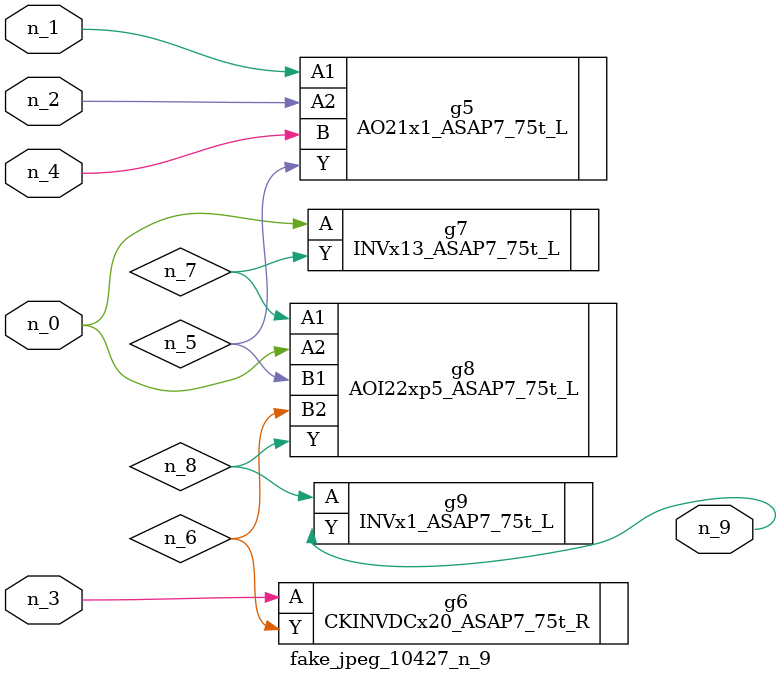
<source format=v>
module fake_jpeg_10427_n_9 (n_3, n_2, n_1, n_0, n_4, n_9);

input n_3;
input n_2;
input n_1;
input n_0;
input n_4;

output n_9;

wire n_8;
wire n_6;
wire n_5;
wire n_7;

AO21x1_ASAP7_75t_L g5 ( 
.A1(n_1),
.A2(n_2),
.B(n_4),
.Y(n_5)
);

CKINVDCx20_ASAP7_75t_R g6 ( 
.A(n_3),
.Y(n_6)
);

INVx13_ASAP7_75t_L g7 ( 
.A(n_0),
.Y(n_7)
);

AOI22xp5_ASAP7_75t_L g8 ( 
.A1(n_7),
.A2(n_0),
.B1(n_5),
.B2(n_6),
.Y(n_8)
);

INVx1_ASAP7_75t_L g9 ( 
.A(n_8),
.Y(n_9)
);


endmodule
</source>
